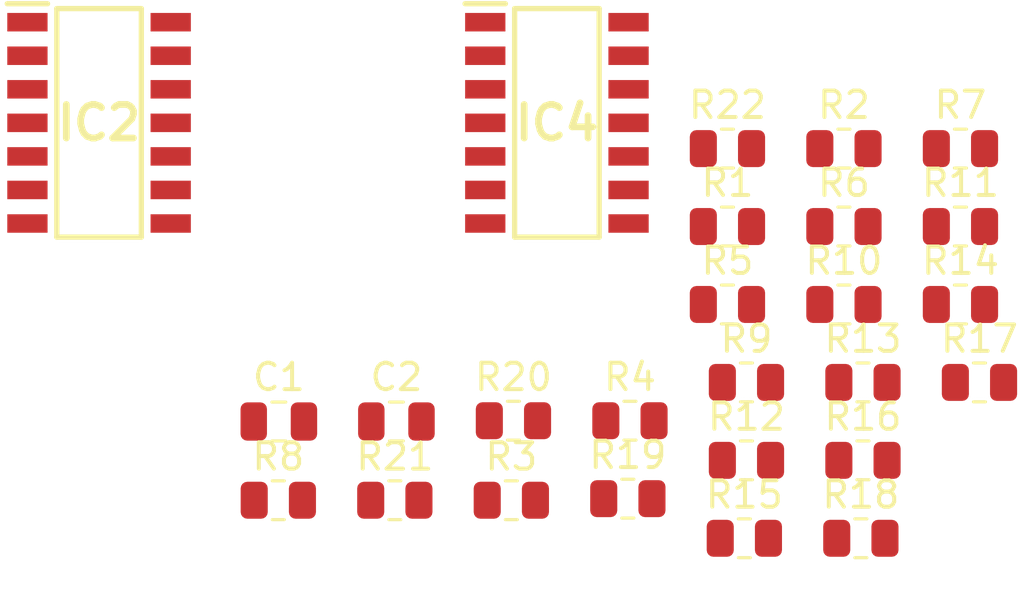
<source format=kicad_pcb>
(kicad_pcb (version 20211014) (generator pcbnew)
  (layers (0 "F.Cu" signal) (31 "B.Cu" signal) (34 "B.Paste" user) (35 "F.Paste" user) (36 "B.SilkS" user "B.Silkscreen") (37 "F.SilkS" user "F.Silkscreen") (38 "B.Mask" user) (39 "F.Mask" user) (44 "Edge.Cuts" user))
  (net 0 "")
  (net 1 "Net-(C1-Pad2)")
  (net 2 "Net-(C1-Pad1)")
  (net 3 "Net-(C2-Pad1)")
  (net 4 "Net-(C2-Pad2)")
  (net 5 "+12V")
  (net 6 "Net-(R11-Pad1)")
  (net 7 "Net-(R14-Pad1)")
  (net 8 "Net-(IC2-Pad14)")
  (net 9 "Net-(IC2-Pad13)")
  (net 10 "Net-(IC2-Pad10)")
  (net 11 "Net-(IC2-Pad9)")
  (net 12 "Net-(IC2-Pad6)")
  (net 13 "Net-(IC2-Pad1)")
  (net 14 "Net-(S1-Pad2)")
  (net 15 "Net-(IC2-Pad2)")
  (net 16 "Net-(IC4-Pad1)")
  (net 17 "Net-(IC4-Pad2)")
  (net 18 "Net-(IC4-Pad3)")
  (net 19 "Net-(IC4-Pad6)")
  (net 20 "Net-(IC4-Pad10)")
  (net 21 "Net-(IC4-Pad9)")
  (net 22 "Net-(IC4-Pad13)")
  (net 23 "Net-(IC4-Pad14)")
  (net 24 "Net-(IC1-Pad1)")
  (net 25 "Net-(IC1-Pad2)")
  (net 26 "Net-(IC1-Pad6)")
  (net 27 "Net-(IC1-Pad10)")
  (net 28 "Net-(IC1-Pad13)")
  (net 29 "Net-(IC1-Pad9)")
  (net 30 "Net-(IC1-Pad14)")
  (footprint "Capacitor_SMD:C_0805_2012Metric" (layer "F.Cu") (at 128.725001 104.015001)
    (fp_text reference "C1" (at 0 -1.68) (layer "F.SilkS"))
    (fp_text value "C")
    (fp_line (start -0.261252 0.735) (end 0.261252 0.735) (layer "F.SilkS") (width 0.12))
    (fp_line (start -0.261252 -0.735) (end 0.261252 -0.735) (layer "F.SilkS") (width 0.12))
    (pad "1" smd roundrect locked (at -0.95 0) (size 1 1.45) (layers "F.Cu" "F.Paste" "F.Mask") (net 2 "Net-(C1-Pad1)"))
    (pad "2" smd roundrect locked (at 0.95 0) (size 1 1.45) (layers "F.Cu" "F.Paste" "F.Mask") (net 1 "Net-(C1-Pad2)"))
  )
  (footprint "Capacitor_SMD:C_0805_2012Metric" (layer "F.Cu") (at 133.175001 104.015001)
    (fp_text reference "C2" (at 0 -1.68) (layer "F.SilkS"))
    (fp_text value "C")
    (fp_line (start -0.261252 0.735) (end 0.261252 0.735) (layer "F.SilkS") (width 0.12))
    (fp_line (start -0.261252 -0.735) (end 0.261252 -0.735) (layer "F.SilkS") (width 0.12))
    (pad "1" smd roundrect locked (at -0.95 0) (size 1 1.45) (layers "F.Cu" "F.Paste" "F.Mask") (net 3 "Net-(C2-Pad1)"))
    (pad "2" smd roundrect locked (at 0.95 0) (size 1 1.45) (layers "F.Cu" "F.Paste" "F.Mask") (net 4 "Net-(C2-Pad2)"))
  )
  (footprint "SamacSys_Parts:SOIC127P600X175-14N" (layer "F.Cu") (at 121.92 92.71)
    (fp_text reference "IC2" (at 0 0) (layer "F.SilkS") (effects (font (size 1.27 1.27) (thickness 0.254))))
    (fp_text value "LM2902AWYDT" hide)
    (fp_line (start -1.6 -4.325) (end 1.6 -4.325) (layer "F.SilkS") (width 0.2))
    (fp_line (start 1.6 4.325) (end -1.6 4.325) (layer "F.SilkS") (width 0.2))
    (fp_line (start 1.6 -4.325) (end 1.6 4.325) (layer "F.SilkS") (width 0.2))
    (fp_line (start -3.475 -4.51) (end -1.95 -4.51) (layer "F.SilkS") (width 0.2))
    (fp_line (start -1.6 4.325) (end -1.6 -4.325) (layer "F.SilkS") (width 0.2))
    (pad "1" smd rect locked (at -2.712 -3.81 90) (size 0.7 1.525) (layers "F.Cu" "F.Paste" "F.Mask") (net 13 "Net-(IC2-Pad1)"))
    (pad "2" smd rect locked (at -2.712 -2.54 90) (size 0.7 1.525) (layers "F.Cu" "F.Paste" "F.Mask") (net 15 "Net-(IC2-Pad2)"))
    (pad "3" smd rect locked (at -2.712 -1.27 90) (size 0.7 1.525) (layers "F.Cu" "F.Paste" "F.Mask") (net 14 "Net-(S1-Pad2)"))
    (pad "4" smd rect locked (at -2.712 0 90) (size 0.7 1.525) (layers "F.Cu" "F.Paste" "F.Mask") (net 5 "+12V"))
    (pad "5" smd rect locked (at -2.712 1.27 90) (size 0.7 1.525) (layers "F.Cu" "F.Paste" "F.Mask") (net 13 "Net-(IC2-Pad1)"))
    (pad "6" smd rect locked (at -2.712 2.54 90) (size 0.7 1.525) (layers "F.Cu" "F.Paste" "F.Mask") (net 12 "Net-(IC2-Pad6)"))
    (pad "7" smd rect locked (at -2.712 3.81 90) (size 0.7 1.525) (layers "F.Cu" "F.Paste" "F.Mask") (net 10 "Net-(IC2-Pad10)"))
    (pad "8" smd rect locked (at 2.712 3.81 90) (size 0.7 1.525) (layers "F.Cu" "F.Paste" "F.Mask") (net 3 "Net-(C2-Pad1)"))
    (pad "9" smd rect locked (at 2.712 2.54 90) (size 0.7 1.525) (layers "F.Cu" "F.Paste" "F.Mask") (net 11 "Net-(IC2-Pad9)"))
    (pad "10" smd rect locked (at 2.712 1.27 90) (size 0.7 1.525) (layers "F.Cu" "F.Paste" "F.Mask") (net 10 "Net-(IC2-Pad10)"))
    (pad "11" smd rect locked (at 2.712 0 90) (size 0.7 1.525) (layers "F.Cu" "F.Paste" "F.Mask") (net 5 "+12V"))
    (pad "12" smd rect locked (at 2.712 -1.27 90) (size 0.7 1.525) (layers "F.Cu" "F.Paste" "F.Mask") (net 5 "+12V"))
    (pad "13" smd rect locked (at 2.712 -2.54 90) (size 0.7 1.525) (layers "F.Cu" "F.Paste" "F.Mask") (net 9 "Net-(IC2-Pad13)"))
    (pad "14" smd rect locked (at 2.712 -3.81 90) (size 0.7 1.525) (layers "F.Cu" "F.Paste" "F.Mask") (net 8 "Net-(IC2-Pad14)"))
  )
  (footprint "SamacSys_Parts:SOIC127P600X175-14N" (layer "F.Cu") (at 139.250001 92.71)
    (fp_text reference "IC4" (at 0 0) (layer "F.SilkS") (effects (font (size 1.27 1.27) (thickness 0.254))))
    (fp_text value "LM2902AWYDT" hide)
    (fp_line (start 1.6 -4.325) (end 1.6 4.325) (layer "F.SilkS") (width 0.2))
    (fp_line (start 1.6 4.325) (end -1.6 4.325) (layer "F.SilkS") (width 0.2))
    (fp_line (start -1.6 -4.325) (end 1.6 -4.325) (layer "F.SilkS") (width 0.2))
    (fp_line (start -3.475 -4.51) (end -1.95 -4.51) (layer "F.SilkS") (width 0.2))
    (fp_line (start -1.6 4.325) (end -1.6 -4.325) (layer "F.SilkS") (width 0.2))
    (pad "1" smd rect locked (at -2.712 -3.81 90) (size 0.7 1.525) (layers "F.Cu" "F.Paste" "F.Mask") (net 16 "Net-(IC4-Pad1)"))
    (pad "2" smd rect locked (at -2.712 -2.54 90) (size 0.7 1.525) (layers "F.Cu" "F.Paste" "F.Mask") (net 17 "Net-(IC4-Pad2)"))
    (pad "3" smd rect locked (at -2.712 -1.27 90) (size 0.7 1.525) (layers "F.Cu" "F.Paste" "F.Mask") (net 18 "Net-(IC4-Pad3)"))
    (pad "4" smd rect locked (at -2.712 0 90) (size 0.7 1.525) (layers "F.Cu" "F.Paste" "F.Mask") (net 5 "+12V"))
    (pad "5" smd rect locked (at -2.712 1.27 90) (size 0.7 1.525) (layers "F.Cu" "F.Paste" "F.Mask") (net 16 "Net-(IC4-Pad1)"))
    (pad "6" smd rect locked (at -2.712 2.54 90) (size 0.7 1.525) (layers "F.Cu" "F.Paste" "F.Mask") (net 19 "Net-(IC4-Pad6)"))
    (pad "7" smd rect locked (at -2.712 3.81 90) (size 0.7 1.525) (layers "F.Cu" "F.Paste" "F.Mask") (net 20 "Net-(IC4-Pad10)"))
    (pad "8" smd rect locked (at 2.712 3.81 90) (size 0.7 1.525) (layers "F.Cu" "F.Paste" "F.Mask") (net 3 "Net-(C2-Pad1)"))
    (pad "9" smd rect locked (at 2.712 2.54 90) (size 0.7 1.525) (layers "F.Cu" "F.Paste" "F.Mask") (net 21 "Net-(IC4-Pad9)"))
    (pad "10" smd rect locked (at 2.712 1.27 90) (size 0.7 1.525) (layers "F.Cu" "F.Paste" "F.Mask") (net 20 "Net-(IC4-Pad10)"))
    (pad "11" smd rect locked (at 2.712 0 90) (size 0.7 1.525) (layers "F.Cu" "F.Paste" "F.Mask") (net 5 "+12V"))
    (pad "12" smd rect locked (at 2.712 -1.27 90) (size 0.7 1.525) (layers "F.Cu" "F.Paste" "F.Mask") (net 5 "+12V"))
    (pad "13" smd rect locked (at 2.712 -2.54 90) (size 0.7 1.525) (layers "F.Cu" "F.Paste" "F.Mask") (net 22 "Net-(IC4-Pad13)"))
    (pad "14" smd rect locked (at 2.712 -3.81 90) (size 0.7 1.525) (layers "F.Cu" "F.Paste" "F.Mask") (net 23 "Net-(IC4-Pad14)"))
  )
  (footprint "Resistor_SMD:R_0805_2012Metric" (layer "F.Cu") (at 145.705001 96.635001)
    (fp_text reference "R1" (at 0 -1.65) (layer "F.SilkS"))
    (fp_text value "9K")
    (fp_line (start -0.227064 0.735) (end 0.227064 0.735) (layer "F.SilkS") (width 0.12))
    (fp_line (start -0.227064 -0.735) (end 0.227064 -0.735) (layer "F.SilkS") (width 0.12))
    (pad "1" smd roundrect locked (at -0.9125 0) (size 1.025 1.4) (layers "F.Cu" "F.Paste" "F.Mask") (roundrect_rratio 0.243902) (net 25 "Net-(IC1-Pad2)"))
    (pad "2" smd roundrect locked (at 0.9125 0) (size 1.025 1.4) (layers "F.Cu" "F.Paste" "F.Mask") (roundrect_rratio 0.243902) (net 24 "Net-(IC1-Pad1)"))
  )
  (footprint "Resistor_SMD:R_0805_2012Metric" (layer "F.Cu") (at 150.115001 93.685001)
    (fp_text reference "R2" (at 0 -1.65) (layer "F.SilkS"))
    (fp_text value "1K")
    (fp_line (start -0.227064 -0.735) (end 0.227064 -0.735) (layer "F.SilkS") (width 0.12))
    (fp_line (start -0.227064 0.735) (end 0.227064 0.735) (layer "F.SilkS") (width 0.12))
    (pad "1" smd roundrect locked (at -0.9125 0) (size 1.025 1.4) (layers "F.Cu" "F.Paste" "F.Mask") (roundrect_rratio 0.243902) (net 25 "Net-(IC1-Pad2)"))
    (pad "2" smd roundrect locked (at 0.9125 0) (size 1.025 1.4) (layers "F.Cu" "F.Paste" "F.Mask") (roundrect_rratio 0.243902) (net 5 "+12V"))
  )
  (footprint "Resistor_SMD:R_0805_2012Metric" (layer "F.Cu") (at 137.525001 106.995001)
    (fp_text reference "R3" (at 0 -1.65) (layer "F.SilkS"))
    (fp_text value "9K")
    (fp_line (start -0.227064 0.735) (end 0.227064 0.735) (layer "F.SilkS") (width 0.12))
    (fp_line (start -0.227064 -0.735) (end 0.227064 -0.735) (layer "F.SilkS") (width 0.12))
    (pad "1" smd roundrect locked (at -0.9125 0) (size 1.025 1.4) (layers "F.Cu" "F.Paste" "F.Mask") (roundrect_rratio 0.243902) (net 15 "Net-(IC2-Pad2)"))
    (pad "2" smd roundrect locked (at 0.9125 0) (size 1.025 1.4) (layers "F.Cu" "F.Paste" "F.Mask") (roundrect_rratio 0.243902) (net 13 "Net-(IC2-Pad1)"))
  )
  (footprint "Resistor_SMD:R_0805_2012Metric" (layer "F.Cu") (at 142.015001 103.985001)
    (fp_text reference "R4" (at 0 -1.65) (layer "F.SilkS"))
    (fp_text value "1K")
    (fp_line (start -0.227064 0.735) (end 0.227064 0.735) (layer "F.SilkS") (width 0.12))
    (fp_line (start -0.227064 -0.735) (end 0.227064 -0.735) (layer "F.SilkS") (width 0.12))
    (pad "1" smd roundrect locked (at -0.9125 0) (size 1.025 1.4) (layers "F.Cu" "F.Paste" "F.Mask") (roundrect_rratio 0.243902) (net 15 "Net-(IC2-Pad2)"))
    (pad "2" smd roundrect locked (at 0.9125 0) (size 1.025 1.4) (layers "F.Cu" "F.Paste" "F.Mask") (roundrect_rratio 0.243902) (net 5 "+12V"))
  )
  (footprint "Resistor_SMD:R_0805_2012Metric" (layer "F.Cu") (at 145.705001 99.585001)
    (fp_text reference "R5" (at 0 -1.65) (layer "F.SilkS"))
    (fp_text value "9K")
    (fp_line (start -0.227064 -0.735) (end 0.227064 -0.735) (layer "F.SilkS") (width 0.12))
    (fp_line (start -0.227064 0.735) (end 0.227064 0.735) (layer "F.SilkS") (width 0.12))
    (pad "1" smd roundrect locked (at -0.9125 0) (size 1.025 1.4) (layers "F.Cu" "F.Paste" "F.Mask") (roundrect_rratio 0.243902) (net 26 "Net-(IC1-Pad6)"))
    (pad "2" smd roundrect locked (at 0.9125 0) (size 1.025 1.4) (layers "F.Cu" "F.Paste" "F.Mask") (roundrect_rratio 0.243902) (net 27 "Net-(IC1-Pad10)"))
  )
  (footprint "Resistor_SMD:R_0805_2012Metric" (layer "F.Cu") (at 150.115001 96.635001)
    (fp_text reference "R6" (at 0 -1.65) (layer "F.SilkS"))
    (fp_text value "1K")
    (fp_line (start -0.227064 0.735) (end 0.227064 0.735) (layer "F.SilkS") (width 0.12))
    (fp_line (start -0.227064 -0.735) (end 0.227064 -0.735) (layer "F.SilkS") (width 0.12))
    (pad "1" smd roundrect locked (at -0.9125 0) (size 1.025 1.4) (layers "F.Cu" "F.Paste" "F.Mask") (roundrect_rratio 0.243902) (net 26 "Net-(IC1-Pad6)"))
    (pad "2" smd roundrect locked (at 0.9125 0) (size 1.025 1.4) (layers "F.Cu" "F.Paste" "F.Mask") (roundrect_rratio 0.243902) (net 5 "+12V"))
  )
  (footprint "Resistor_SMD:R_0805_2012Metric" (layer "F.Cu") (at 154.525001 93.685001)
    (fp_text reference "R7" (at 0 -1.65) (layer "F.SilkS"))
    (fp_text value "10K")
    (fp_line (start -0.227064 0.735) (end 0.227064 0.735) (layer "F.SilkS") (width 0.12))
    (fp_line (start -0.227064 -0.735) (end 0.227064 -0.735) (layer "F.SilkS") (width 0.12))
    (pad "1" smd roundrect locked (at -0.9125 0) (size 1.025 1.4) (layers "F.Cu" "F.Paste" "F.Mask") (roundrect_rratio 0.243902) (net 1 "Net-(C1-Pad2)"))
    (pad "2" smd roundrect locked (at 0.9125 0) (size 1.025 1.4) (layers "F.Cu" "F.Paste" "F.Mask") (roundrect_rratio 0.243902) (net 5 "+12V"))
  )
  (footprint "Resistor_SMD:R_0805_2012Metric" (layer "F.Cu") (at 128.705001 106.995001)
    (fp_text reference "R8" (at 0 -1.65) (layer "F.SilkS"))
    (fp_text value "9K")
    (fp_line (start -0.227064 0.735) (end 0.227064 0.735) (layer "F.SilkS") (width 0.12))
    (fp_line (start -0.227064 -0.735) (end 0.227064 -0.735) (layer "F.SilkS") (width 0.12))
    (pad "1" smd roundrect locked (at -0.9125 0) (size 1.025 1.4) (layers "F.Cu" "F.Paste" "F.Mask") (roundrect_rratio 0.243902) (net 12 "Net-(IC2-Pad6)"))
    (pad "2" smd roundrect locked (at 0.9125 0) (size 1.025 1.4) (layers "F.Cu" "F.Paste" "F.Mask") (roundrect_rratio 0.243902) (net 10 "Net-(IC2-Pad10)"))
  )
  (footprint "Resistor_SMD:R_0805_2012Metric" (layer "F.Cu") (at 146.425001 102.535001)
    (fp_text reference "R9" (at 0 -1.65) (layer "F.SilkS"))
    (fp_text value "1K")
    (fp_line (start -0.227064 0.735) (end 0.227064 0.735) (layer "F.SilkS") (width 0.12))
    (fp_line (start -0.227064 -0.735) (end 0.227064 -0.735) (layer "F.SilkS") (width 0.12))
    (pad "1" smd roundrect locked (at -0.9125 0) (size 1.025 1.4) (layers "F.Cu" "F.Paste" "F.Mask") (roundrect_rratio 0.243902) (net 6 "Net-(R11-Pad1)"))
    (pad "2" smd roundrect locked (at 0.9125 0) (size 1.025 1.4) (layers "F.Cu" "F.Paste" "F.Mask") (roundrect_rratio 0.243902) (net 28 "Net-(IC1-Pad13)"))
  )
  (footprint "Resistor_SMD:R_0805_2012Metric" (layer "F.Cu") (at 150.115001 99.585001)
    (fp_text reference "R10" (at 0 -1.65) (layer "F.SilkS"))
    (fp_text value "1K")
    (fp_line (start -0.227064 -0.735) (end 0.227064 -0.735) (layer "F.SilkS") (width 0.12))
    (fp_line (start -0.227064 0.735) (end 0.227064 0.735) (layer "F.SilkS") (width 0.12))
    (pad "1" smd roundrect locked (at -0.9125 0) (size 1.025 1.4) (layers "F.Cu" "F.Paste" "F.Mask") (roundrect_rratio 0.243902) (net 12 "Net-(IC2-Pad6)"))
    (pad "2" smd roundrect locked (at 0.9125 0) (size 1.025 1.4) (layers "F.Cu" "F.Paste" "F.Mask") (roundrect_rratio 0.243902) (net 5 "+12V"))
  )
  (footprint "Resistor_SMD:R_0805_2012Metric" (layer "F.Cu") (at 154.525001 96.635001)
    (fp_text reference "R11" (at 0 -1.65) (layer "F.SilkS"))
    (fp_text value "1K")
    (fp_line (start -0.227064 -0.735) (end 0.227064 -0.735) (layer "F.SilkS") (width 0.12))
    (fp_line (start -0.227064 0.735) (end 0.227064 0.735) (layer "F.SilkS") (width 0.12))
    (pad "1" smd roundrect locked (at -0.9125 0) (size 1.025 1.4) (layers "F.Cu" "F.Paste" "F.Mask") (roundrect_rratio 0.243902) (net 6 "Net-(R11-Pad1)"))
    (pad "2" smd roundrect locked (at 0.9125 0) (size 1.025 1.4) (layers "F.Cu" "F.Paste" "F.Mask") (roundrect_rratio 0.243902) (net 28 "Net-(IC1-Pad13)"))
  )
  (footprint "Resistor_SMD:R_0805_2012Metric" (layer "F.Cu") (at 146.425001 105.485001)
    (fp_text reference "R12" (at 0 -1.65) (layer "F.SilkS"))
    (fp_text value "9K")
    (fp_line (start -0.227064 0.735) (end 0.227064 0.735) (layer "F.SilkS") (width 0.12))
    (fp_line (start -0.227064 -0.735) (end 0.227064 -0.735) (layer "F.SilkS") (width 0.12))
    (pad "1" smd roundrect locked (at -0.9125 0) (size 1.025 1.4) (layers "F.Cu" "F.Paste" "F.Mask") (roundrect_rratio 0.243902) (net 29 "Net-(IC1-Pad9)"))
    (pad "2" smd roundrect locked (at 0.9125 0) (size 1.025 1.4) (layers "F.Cu" "F.Paste" "F.Mask") (roundrect_rratio 0.243902) (net 2 "Net-(C1-Pad1)"))
  )
  (footprint "Resistor_SMD:R_0805_2012Metric" (layer "F.Cu") (at 150.835001 102.535001)
    (fp_text reference "R13" (at 0 -1.65) (layer "F.SilkS"))
    (fp_text value "1K")
    (fp_line (start -0.227064 0.735) (end 0.227064 0.735) (layer "F.SilkS") (width 0.12))
    (fp_line (start -0.227064 -0.735) (end 0.227064 -0.735) (layer "F.SilkS") (width 0.12))
    (pad "1" smd roundrect locked (at -0.9125 0) (size 1.025 1.4) (layers "F.Cu" "F.Paste" "F.Mask") (roundrect_rratio 0.243902) (net 29 "Net-(IC1-Pad9)"))
    (pad "2" smd roundrect locked (at 0.9125 0) (size 1.025 1.4) (layers "F.Cu" "F.Paste" "F.Mask") (roundrect_rratio 0.243902) (net 5 "+12V"))
  )
  (footprint "Resistor_SMD:R_0805_2012Metric" (layer "F.Cu") (at 154.525001 99.585001)
    (fp_text reference "R14" (at 0 -1.65) (layer "F.SilkS"))
    (fp_text value "1K")
    (fp_line (start -0.227064 0.735) (end 0.227064 0.735) (layer "F.SilkS") (width 0.12))
    (fp_line (start -0.227064 -0.735) (end 0.227064 -0.735) (layer "F.SilkS") (width 0.12))
    (pad "1" smd roundrect locked (at -0.9125 0) (size 1.025 1.4) (layers "F.Cu" "F.Paste" "F.Mask") (roundrect_rratio 0.243902) (net 7 "Net-(R14-Pad1)"))
    (pad "2" smd roundrect locked (at 0.9125 0) (size 1.025 1.4) (layers "F.Cu" "F.Paste" "F.Mask") (roundrect_rratio 0.243902) (net 9 "Net-(IC2-Pad13)"))
  )
  (footprint "Resistor_SMD:R_0805_2012Metric" (layer "F.Cu") (at 146.345001 108.435001)
    (fp_text reference "R15" (at 0 -1.65) (layer "F.SilkS"))
    (fp_text value "1K")
    (fp_line (start -0.227064 -0.735) (end 0.227064 -0.735) (layer "F.SilkS") (width 0.12))
    (fp_line (start -0.227064 0.735) (end 0.227064 0.735) (layer "F.SilkS") (width 0.12))
    (pad "1" smd roundrect locked (at -0.9125 0) (size 1.025 1.4) (layers "F.Cu" "F.Paste" "F.Mask") (roundrect_rratio 0.243902) (net 7 "Net-(R14-Pad1)"))
    (pad "2" smd roundrect locked (at 0.9125 0) (size 1.025 1.4) (layers "F.Cu" "F.Paste" "F.Mask") (roundrect_rratio 0.243902) (net 9 "Net-(IC2-Pad13)"))
  )
  (footprint "Resistor_SMD:R_0805_2012Metric" (layer "F.Cu") (at 150.835001 105.485001)
    (fp_text reference "R16" (at 0 -1.65) (layer "F.SilkS"))
    (fp_text value "9K")
    (fp_line (start -0.227064 0.735) (end 0.227064 0.735) (layer "F.SilkS") (width 0.12))
    (fp_line (start -0.227064 -0.735) (end 0.227064 -0.735) (layer "F.SilkS") (width 0.12))
    (pad "1" smd roundrect locked (at -0.9125 0) (size 1.025 1.4) (layers "F.Cu" "F.Paste" "F.Mask") (roundrect_rratio 0.243902) (net 11 "Net-(IC2-Pad9)"))
    (pad "2" smd roundrect locked (at 0.9125 0) (size 1.025 1.4) (layers "F.Cu" "F.Paste" "F.Mask") (roundrect_rratio 0.243902) (net 3 "Net-(C2-Pad1)"))
  )
  (footprint "Resistor_SMD:R_0805_2012Metric" (layer "F.Cu") (at 155.245001 102.535001)
    (fp_text reference "R17" (at 0 -1.65) (layer "F.SilkS"))
    (fp_text value "1K")
    (fp_line (start -0.227064 0.735) (end 0.227064 0.735) (layer "F.SilkS") (width 0.12))
    (fp_line (start -0.227064 -0.735) (end 0.227064 -0.735) (layer "F.SilkS") (width 0.12))
    (pad "1" smd roundrect locked (at -0.9125 0) (size 1.025 1.4) (layers "F.Cu" "F.Paste" "F.Mask") (roundrect_rratio 0.243902) (net 11 "Net-(IC2-Pad9)"))
    (pad "2" smd roundrect locked (at 0.9125 0) (size 1.025 1.4) (layers "F.Cu" "F.Paste" "F.Mask") (roundrect_rratio 0.243902) (net 5 "+12V"))
  )
  (footprint "Resistor_SMD:R_0805_2012Metric" (layer "F.Cu") (at 150.755001 108.435001)
    (fp_text reference "R18" (at 0 -1.65) (layer "F.SilkS"))
    (fp_text value "1K")
    (fp_line (start -0.227064 -0.735) (end 0.227064 -0.735) (layer "F.SilkS") (width 0.12))
    (fp_line (start -0.227064 0.735) (end 0.227064 0.735) (layer "F.SilkS") (width 0.12))
    (pad "1" smd roundrect locked (at -0.9125 0) (size 1.025 1.4) (layers "F.Cu" "F.Paste" "F.Mask") (roundrect_rratio 0.243902) (net 28 "Net-(IC1-Pad13)"))
    (pad "2" smd roundrect locked (at 0.9125 0) (size 1.025 1.4) (layers "F.Cu" "F.Paste" "F.Mask") (roundrect_rratio 0.243902) (net 30 "Net-(IC1-Pad14)"))
  )
  (footprint "Resistor_SMD:R_0805_2012Metric" (layer "F.Cu") (at 141.935001 106.935001)
    (fp_text reference "R19" (at 0 -1.65) (layer "F.SilkS"))
    (fp_text value "1K")
    (fp_line (start -0.227064 0.735) (end 0.227064 0.735) (layer "F.SilkS") (width 0.12))
    (fp_line (start -0.227064 -0.735) (end 0.227064 -0.735) (layer "F.SilkS") (width 0.12))
    (pad "1" smd roundrect locked (at -0.9125 0) (size 1.025 1.4) (layers "F.Cu" "F.Paste" "F.Mask") (roundrect_rratio 0.243902) (net 28 "Net-(IC1-Pad13)"))
    (pad "2" smd roundrect locked (at 0.9125 0) (size 1.025 1.4) (layers "F.Cu" "F.Paste" "F.Mask") (roundrect_rratio 0.243902) (net 30 "Net-(IC1-Pad14)"))
  )
  (footprint "Resistor_SMD:R_0805_2012Metric" (layer "F.Cu") (at 137.605001 103.985001)
    (fp_text reference "R20" (at 0 -1.65) (layer "F.SilkS"))
    (fp_text value "1K")
    (fp_line (start -0.227064 -0.735) (end 0.227064 -0.735) (layer "F.SilkS") (width 0.12))
    (fp_line (start -0.227064 0.735) (end 0.227064 0.735) (layer "F.SilkS") (width 0.12))
    (pad "1" smd roundrect locked (at -0.9125 0) (size 1.025 1.4) (layers "F.Cu" "F.Paste" "F.Mask") (roundrect_rratio 0.243902) (net 9 "Net-(IC2-Pad13)"))
    (pad "2" smd roundrect locked (at 0.9125 0) (size 1.025 1.4) (layers "F.Cu" "F.Paste" "F.Mask") (roundrect_rratio 0.243902) (net 8 "Net-(IC2-Pad14)"))
  )
  (footprint "Resistor_SMD:R_0805_2012Metric" (layer "F.Cu") (at 133.115001 106.995001)
    (fp_text reference "R21" (at 0 -1.65) (layer "F.SilkS"))
    (fp_text value "1K")
    (fp_line (start -0.227064 0.735) (end 0.227064 0.735) (layer "F.SilkS") (width 0.12))
    (fp_line (start -0.227064 -0.735) (end 0.227064 -0.735) (layer "F.SilkS") (width 0.12))
    (pad "1" smd roundrect locked (at -0.9125 0) (size 1.025 1.4) (layers "F.Cu" "F.Paste" "F.Mask") (roundrect_rratio 0.243902) (net 9 "Net-(IC2-Pad13)"))
    (pad "2" smd roundrect locked (at 0.9125 0) (size 1.025 1.4) (layers "F.Cu" "F.Paste" "F.Mask") (roundrect_rratio 0.243902) (net 8 "Net-(IC2-Pad14)"))
  )
  (footprint "Resistor_SMD:R_0805_2012Metric" (layer "F.Cu") (at 145.705001 93.685001)
    (fp_text reference "R22" (at 0 -1.65) (layer "F.SilkS"))
    (fp_text value "10K")
    (fp_line (start -0.227064 -0.735) (end 0.227064 -0.735) (layer "F.SilkS") (width 0.12))
    (fp_line (start -0.227064 0.735) (end 0.227064 0.735) (layer "F.SilkS") (width 0.12))
    (pad "1" smd roundrect locked (at -0.9125 0) (size 1.025 1.4) (layers "F.Cu" "F.Paste" "F.Mask") (roundrect_rratio 0.243902) (net 4 "Net-(C2-Pad2)"))
    (pad "2" smd roundrect locked (at 0.9125 0) (size 1.025 1.4) (layers "F.Cu" "F.Paste" "F.Mask") (roundrect_rratio 0.243902) (net 5 "+12V"))
  )
)
</source>
